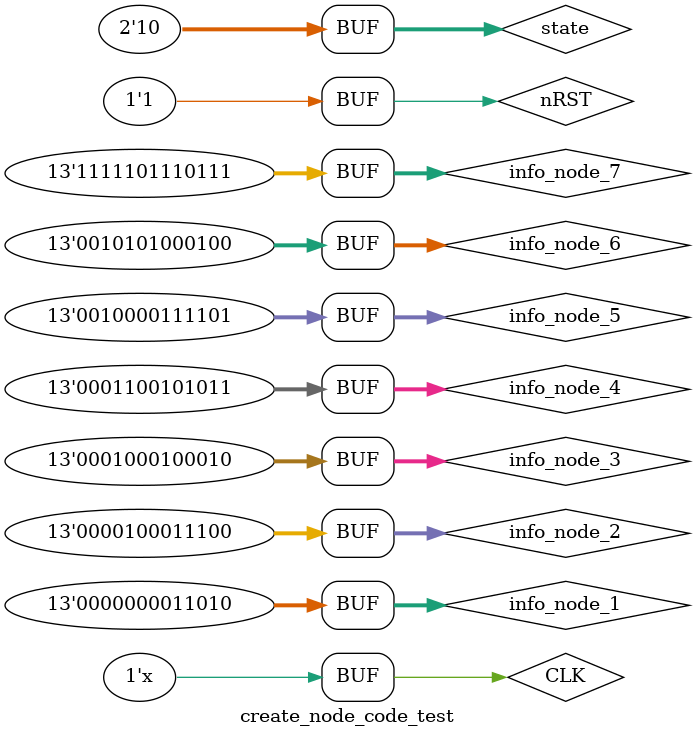
<source format=v>
`timescale 1ns / 1ps


module create_node_code_test;

	// Inputs
	reg CLK;
	reg nRST;
	reg [1:0] state;
	reg [12:0] info_node_1;
	reg [12:0] info_node_2;
	reg [12:0] info_node_3;
	reg [12:0] info_node_4;
	reg [12:0] info_node_5;
	reg [12:0] info_node_6;
	reg [12:0] info_node_7;

	// Outputs
	wire [7:0] state1;
	wire [7:0] state2;
	wire [7:0] state3;
	wire [7:0] state4;
	wire [7:0] state5;
	wire [7:0] state6;
	wire [7:0] state7;

	// Instantiate the Unit Under Test (UUT)
	create_node_code uut (
		.CLK(CLK), 
		.nRST(nRST), 
		.state(state), 
		.info_node_1(info_node_1), 
		.info_node_2(info_node_2), 
		.info_node_3(info_node_3), 
		.info_node_4(info_node_4), 
		.info_node_5(info_node_5), 
		.info_node_6(info_node_6), 
		.info_node_7(info_node_7), 
		.state1(state1), 
		.state2(state2), 
		.state3(state3), 
		.state4(state4), 
		.state5(state5), 
		.state6(state6), 
		.state7(state7)
	);

	initial begin
		// Initialize Inputs
		CLK = 0;
		nRST = 0;
		state = 2'b10;
		info_node_1 = 13'b0000_0_0001_1010;
		info_node_2 = 13'b0000_1_0001_1100;
		info_node_3 = 13'b0001_0_0010_0010;
		info_node_4 = 13'b0001_1_0010_1011;
		info_node_5 = 13'b0010_0_0011_1101;
		info_node_6 = 13'b0010_1_0100_0100;
		info_node_7 = 13'b1111_1_0111_0111;

		// Wait 100 ns for global reset to finish
		#100;
        nRST = 1;
		// Add stimulus here

	end
	parameter DELAY = 2;
	always
		#DELAY CLK = ~CLK; 
      
endmodule


</source>
